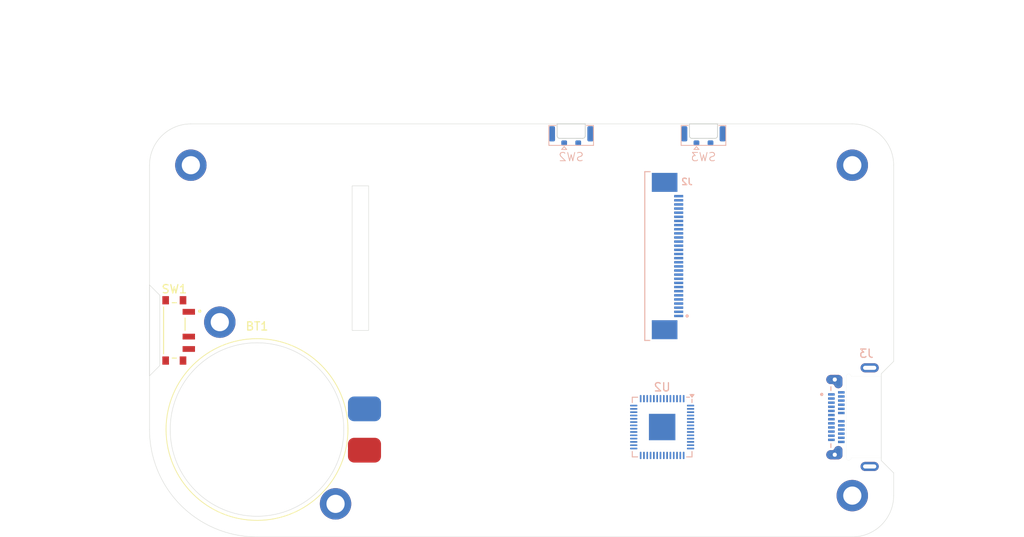
<source format=kicad_pcb>
(kicad_pcb (version 20240108) (generator "pcbnew") (generator_version "8.0")
  (layers (0 "F.Cu" signal) (31 "B.Cu" signal) (34 "B.Paste" user) (35 "F.Paste" user) (36 "B.SilkS" user "B.Silkscreen") (37 "F.SilkS" user "F.Silkscreen") (38 "B.Mask" user) (39 "F.Mask" user) (44 "Edge.Cuts" user))
  (net 0 "")
  (footprint "MountingHole:MountingHole_2.2mm_M2_DIN965_Pad" (layer "F.Cu") (at 74 74)
    (property "Reference" "h1" (hide yes))
    (property "Value" "MountingHole_2.2mm_M2_DIN965_Pad" (hide yes))
    (pad "1" thru_hole circle (at 0 0) (size 3.8 3.8) (drill 2.2) (layers "*.Cu" "*.Mask"))
  )
  (footprint "MountingHole:MountingHole_2.2mm_M2_DIN965_Pad" (layer "F.Cu") (at 91.5 115)
    (property "Reference" "h1" (hide yes))
    (property "Value" "MountingHole_2.2mm_M2_DIN965_Pad" (hide yes))
    (pad "1" thru_hole circle (at 0 0) (size 3.8 3.8) (drill 2.2) (layers "*.Cu" "*.Mask"))
  )
  (footprint "MountingHole:MountingHole_2.2mm_M2_DIN965_Pad" (layer "F.Cu") (at 154 74)
    (property "Reference" "h2" (hide yes))
    (property "Value" "MountingHole_2.2mm_M2_DIN965_Pad" (hide yes))
    (pad "1" thru_hole circle (at 0 0) (size 3.8 3.8) (drill 2.2) (layers "*.Cu" "*.Mask"))
  )
  (footprint "myCC:RJD2032C1ST1" (layer "F.Cu") (at 82 106)
    (property "Reference" "BT1" (at 0 -12.5 0) (layer "F.SilkS"))
    (property "Value" "RJD2032C1ST1" (hide yes))
    (fp_circle (center 0 0) (end 0 -11) (stroke (width 0.1)) (fill none) (layer "F.SilkS"))
    (fp_circle (center 0 0) (end 0 -10.5) (stroke (width 0.05)) (fill none) (layer "Edge.Cuts"))
    (pad "1" smd roundrect (at 13 -2.5) (size 4 3) (layers "B.Cu" "B.Paste" "B.Mask"))
    (pad "2" smd roundrect (at 13 2.500001) (size 4 3) (layers "F.Cu" "F.Paste" "F.Mask"))
  )
  (footprint "MountingHole:MountingHole_2.2mm_M2_DIN965_Pad" (layer "F.Cu") (at 77.5 93)
    (property "Reference" "h1" (hide yes))
    (property "Value" "MountingHole_2.2mm_M2_DIN965_Pad" (hide yes))
    (pad "1" thru_hole circle (at 0 0) (size 3.8 3.8) (drill 2.2) (layers "*.Cu" "*.Mask"))
  )
  (footprint "MountingHole:MountingHole_2.2mm_M2_DIN965_Pad" (layer "F.Cu") (at 154 114)
    (property "Reference" "h3" (hide yes))
    (property "Value" "MountingHole_2.2mm_M2_DIN965_Pad" (hide yes))
    (pad "1" thru_hole circle (at 0 0) (size 3.8 3.8) (drill 2.2) (layers "*.Cu" "*.Mask"))
  )
  (footprint "myCC:SW_EG1215AA" (layer "F.Cu") (at 72 94 -90)
    (property "Reference" "SW1" (at -5 0 180) (layer "F.SilkS"))
    (property "Value" "SW_EG1215AA" (hide yes))
    (fp_line (start -2.83 1.3) (end 2.83 1.3) (stroke (width 0.127)) (layer "F.SilkS"))
    (fp_line (start -3.35 -0.254) (end -3.35 0.254) (stroke (width 0.127)) (layer "F.SilkS"))
    (fp_line (start 3.35 -0.254) (end 3.35 0.254) (stroke (width 0.127)) (layer "F.SilkS"))
    (fp_line (start -1.5 -1.3) (end 0 -1.3) (stroke (width 0.127)) (layer "F.SilkS"))
    (fp_circle (center -2.329 -3.071) (end -2.229 -3.071) (stroke (width 0.2)) (fill none) (layer "F.SilkS"))
    (fp_line (start 5.5 3) (end -5.5 3) (stroke (width 0.05)) (layer "Edge.Cuts"))
    (fp_line (start -4.25 1.75) (end -5.5 3) (stroke (width 0.05)) (layer "Edge.Cuts"))
    (fp_line (start -4.25 1.75) (end 4.25 1.75) (stroke (width 0.05)) (layer "Edge.Cuts"))
    (fp_line (start 4.25 1.75) (end 5.5 3) (stroke (width 0.05)) (layer "Edge.Cuts"))
    (pad "" np_thru_hole circle (at -1.5 0 270) (size 0.9 0.9) (drill 0.9) (layers "*.Cu" "*.Mask"))
    (pad "" np_thru_hole circle (at 1.5 0 270) (size 0.9 0.9) (drill 0.9) (layers "*.Cu" "*.Mask"))
    (pad "1" smd rect (at -2.25 -1.75 270) (size 0.7 1.5) (layers "F.Cu" "F.Paste" "F.Mask"))
    (pad "2" smd rect (at 0.75 -1.75 270) (size 0.7 1.5) (layers "F.Cu" "F.Paste" "F.Mask"))
    (pad "3" smd rect (at 2.25 -1.75 270) (size 0.7 1.5) (layers "F.Cu" "F.Paste" "F.Mask"))
    (pad "S1" smd rect (at -3.65 -1.05 270) (size 1 0.8) (layers "F.Cu" "F.Paste" "F.Mask"))
    (pad "S2" smd rect (at -3.65 1.05 270) (size 1 0.8) (layers "F.Cu" "F.Paste" "F.Mask"))
    (pad "S3" smd rect (at 3.65 1.05 270) (size 1 0.8) (layers "F.Cu" "F.Paste" "F.Mask"))
    (pad "S4" smd rect (at 3.65 -1.05 270) (size 1 0.8) (layers "F.Cu" "F.Paste" "F.Mask"))
  )
  (footprint "myCC:TE_2425578-1" (layer "B.Cu") (at 136 69 180)
    (property "Reference" "SW3" (at 0 -4 0) (layer "B.SilkS") (effects (font (thickness 0.1)) (justify mirror)))
    (property "Value" "2425578-1")
    (fp_line (start 2.7 -0.2) (end 2.7 -2.6) (stroke (width 0.1)) (layer "B.SilkS"))
    (fp_line (start 2.7 -0.2) (end 1.85 -0.2) (stroke (width 0.1)) (layer "B.SilkS"))
    (fp_line (start 2.7 -2.6) (end -2.7 -2.6) (stroke (width 0.1)) (layer "B.SilkS"))
    (fp_line (start 1.15 -3.1) (end 0.85 -2.75) (stroke (width 0.1)) (layer "B.SilkS"))
    (fp_line (start 0.55 -3.1) (end 1.15 -3.1) (stroke (width 0.1)) (layer "B.SilkS"))
    (fp_line (start 0.55 -3.1) (end 0.85 -2.75) (stroke (width 0.1)) (layer "B.SilkS"))
    (fp_line (start -1.85 -0.2) (end -2.7 -0.2) (stroke (width 0.1)) (layer "B.SilkS"))
    (fp_line (start -2.7 -2.6) (end -2.7 -0.2) (stroke (width 0.1)) (layer "B.SilkS"))
    (fp_line (start 1.7 0) (end 1.7 -1.45) (stroke (width 0.1)) (layer "Edge.Cuts"))
    (fp_line (start 1.7 0) (end -1.7 0) (stroke (width 0.1)) (layer "Edge.Cuts"))
    (fp_line (start 1.4 -1.75) (end -1.4 -1.75) (stroke (width 0.1)) (layer "Edge.Cuts"))
    (fp_line (start -1.7 0) (end -1.7 -1.45) (stroke (width 0.1)) (layer "Edge.Cuts"))
    (fp_arc (start 1.4 -1.75) (mid 1.612132 -1.662132) (end 1.7 -1.45) (stroke (width 0.1)) (layer "Edge.Cuts"))
    (fp_arc (start -1.7 -1.45) (mid -1.612132 -1.662132) (end -1.4 -1.75) (stroke (width 0.1)) (layer "Edge.Cuts"))
    (pad "" smd roundrect (at -2.325 -1.2 180) (size 0.75 1.85) (layers "B.Cu" "B.Paste" "B.Mask"))
    (pad "" smd roundrect (at 2.325 -1.2 180) (size 0.75 1.85) (layers "B.Cu" "B.Paste" "B.Mask"))
    (pad "1" smd roundrect (at 0.85 -2.3 180) (size 0.7 0.6) (layers "B.Cu" "B.Paste" "B.Mask"))
    (pad "2" smd roundrect (at -0.85 -2.3 180) (size 0.7 0.6) (layers "B.Cu" "B.Paste" "B.Mask"))
  )
  (footprint "myCC:TE_3-1734839-0" (layer "B.Cu") (at 133 85 90)
    (property "Reference" "J2" (at 9 1 0) (layer "B.SilkS") (effects (font (size 0.788929 0.788929)) (justify mirror)))
    (property "Value" "TE_3-1734839-0")
    (fp_line (start 10.215 -4.1) (end -10.215 -4.1) (stroke (width 0.127)) (layer "B.SilkS"))
    (fp_line (start -10.215 -4.1) (end -10.216 -3.488) (stroke (width 0.127)) (layer "B.SilkS"))
    (fp_line (start 10.215 -3.444) (end 10.215 -4.1) (stroke (width 0.127)) (layer "B.SilkS"))
    (fp_circle (center -7.255 1.021) (end -7.155 1.021) (stroke (width 0.2)) (fill none) (layer "B.SilkS"))
    (pad "1" smd rect (at -7.25 0) (size 1.1 0.3) (layers "B.Cu" "B.Paste" "B.Mask"))
    (pad "2" smd rect (at -6.75 0) (size 1.1 0.3) (layers "B.Cu" "B.Paste" "B.Mask"))
    (pad "3" smd rect (at -6.25 0) (size 1.1 0.3) (layers "B.Cu" "B.Paste" "B.Mask"))
    (pad "4" smd rect (at -5.75 0) (size 1.1 0.3) (layers "B.Cu" "B.Paste" "B.Mask"))
    (pad "5" smd rect (at -5.25 0) (size 1.1 0.3) (layers "B.Cu" "B.Paste" "B.Mask"))
    (pad "6" smd rect (at -4.75 0) (size 1.1 0.3) (layers "B.Cu" "B.Paste" "B.Mask"))
    (pad "7" smd rect (at -4.25 0) (size 1.1 0.3) (layers "B.Cu" "B.Paste" "B.Mask"))
    (pad "8" smd rect (at -3.75 0) (size 1.1 0.3) (layers "B.Cu" "B.Paste" "B.Mask"))
    (pad "9" smd rect (at -3.25 0) (size 1.1 0.3) (layers "B.Cu" "B.Paste" "B.Mask"))
    (pad "10" smd rect (at -2.75 0) (size 1.1 0.3) (layers "B.Cu" "B.Paste" "B.Mask"))
    (pad "11" smd rect (at -2.25 0) (size 1.1 0.3) (layers "B.Cu" "B.Paste" "B.Mask"))
    (pad "12" smd rect (at -1.75 0) (size 1.1 0.3) (layers "B.Cu" "B.Paste" "B.Mask"))
    (pad "13" smd rect (at -1.25 0) (size 1.1 0.3) (layers "B.Cu" "B.Paste" "B.Mask"))
    (pad "14" smd rect (at -0.75 0) (size 1.1 0.3) (layers "B.Cu" "B.Paste" "B.Mask"))
    (pad "15" smd rect (at -0.25 0) (size 1.1 0.3) (layers "B.Cu" "B.Paste" "B.Mask"))
    (pad "16" smd rect (at 0.25 0) (size 1.1 0.3) (layers "B.Cu" "B.Paste" "B.Mask"))
    (pad "17" smd rect (at 0.75 0) (size 1.1 0.3) (layers "B.Cu" "B.Paste" "B.Mask"))
    (pad "18" smd rect (at 1.25 0) (size 1.1 0.3) (layers "B.Cu" "B.Paste" "B.Mask"))
    (pad "19" smd rect (at 1.75 0) (size 1.1 0.3) (layers "B.Cu" "B.Paste" "B.Mask"))
    (pad "20" smd rect (at 2.25 0) (size 1.1 0.3) (layers "B.Cu" "B.Paste" "B.Mask"))
    (pad "21" smd rect (at 2.75 0) (size 1.1 0.3) (layers "B.Cu" "B.Paste" "B.Mask"))
    (pad "22" smd rect (at 3.25 0) (size 1.1 0.3) (layers "B.Cu" "B.Paste" "B.Mask"))
    (pad "23" smd rect (at 3.75 0) (size 1.1 0.3) (layers "B.Cu" "B.Paste" "B.Mask"))
    (pad "24" smd rect (at 4.25 0) (size 1.1 0.3) (layers "B.Cu" "B.Paste" "B.Mask"))
    (pad "25" smd rect (at 4.75 0) (size 1.1 0.3) (layers "B.Cu" "B.Paste" "B.Mask"))
    (pad "26" smd rect (at 5.25 0) (size 1.1 0.3) (layers "B.Cu" "B.Paste" "B.Mask"))
    (pad "27" smd rect (at 5.75 0) (size 1.1 0.3) (layers "B.Cu" "B.Paste" "B.Mask"))
    (pad "28" smd rect (at 6.25 0) (size 1.1 0.3) (layers "B.Cu" "B.Paste" "B.Mask"))
    (pad "29" smd rect (at 6.75 0) (size 1.1 0.3) (layers "B.Cu" "B.Paste" "B.Mask"))
    (pad "30" smd rect (at 7.25 0) (size 1.1 0.3) (layers "B.Cu" "B.Paste" "B.Mask"))
    (pad "S1" smd rect (at -8.92 -1.7) (size 3.1 2.3) (layers "B.Cu" "B.Paste" "B.Mask"))
    (pad "S2" smd rect (at 8.92 -1.7) (size 3.1 2.3) (layers "B.Cu" "B.Paste" "B.Mask"))
  )
  (footprint "myCC:TE_2295018-2" (layer "B.Cu") (at 157.5 104.5 -90)
    (property "Reference" "J3" (at -7.7 1.8 180) (layer "B.SilkS") (effects (justify mirror)))
    (property "Value" "TE_2295018-2" (hide yes))
    (fp_poly (pts (xy -3.5 5.195) (xy -3.5 5.214) (xy -3.502 5.235) (xy -3.504 5.256) (xy -3.507 5.278) (xy -3.511 5.298) (xy -3.516 5.319) (xy -3.522 5.339) (xy -3.529 5.36) (xy -3.536 5.379) (xy -3.544 5.399) (xy -3.554 5.418) (xy -3.564 5.437) (xy -3.574 5.455) (xy -3.586 5.473) (xy -3.598 5.49) (xy -3.611 5.507) (xy -3.625 5.523) (xy -3.639 5.539) (xy -3.654 5.554) (xy -3.67 5.568) (xy -3.686 5.582) (xy -3.703 5.595) (xy -3.72 5.607) (xy -3.738 5.619) (xy -3.756 5.63) (xy -3.775 5.64) (xy -3.794 5.649) (xy -3.814 5.657) (xy -3.834 5.665) (xy -3.85 5.67) (xy -3.859 5.675) (xy -3.867 5.681) (xy -3.875 5.686) (xy -3.884 5.693) (xy -3.891 5.699) (xy -3.899 5.705) (xy -3.907 5.712) (xy -3.914 5.719) (xy -3.921 5.727) (xy -3.928 5.734) (xy -3.934 5.742) (xy -3.94 5.75) (xy -3.946 5.758) (xy -3.952 5.767) (xy -3.957 5.775) (xy -3.962 5.784) (xy -3.967 5.793) (xy -3.972 5.802) (xy -3.976 5.812) (xy -3.98 5.821) (xy -3.983 5.83) (xy -3.986 5.84) (xy -3.989 5.85) (xy -3.992 5.86) (xy -3.994 5.87) (xy -3.996 5.879) (xy -3.997 5.889) (xy -3.999 5.9) (xy -3.999 5.91) (xy -4 5.92) (xy -4 6.095) (xy -4.001 6.124) (xy -4.003 6.152) (xy -4.007 6.181) (xy -4.012 6.209) (xy -4.019 6.237) (xy -4.027 6.265) (xy -4.037 6.292) (xy -4.048 6.319) (xy -4.06 6.345) (xy -4.074 6.37) (xy -4.089 6.395) (xy -4.105 6.418) (xy -4.123 6.441) (xy -4.141 6.463) (xy -4.161 6.484) (xy -4.182 6.504) (xy -4.204 6.522) (xy -4.227 6.54) (xy -4.25 6.556) (xy -4.275 6.571) (xy -4.3 6.585) (xy -4.326 6.597) (xy -4.353 6.608) (xy -4.38 6.618) (xy -4.408 6.626) (xy -4.436 6.633) (xy -4.464 6.638) (xy -4.493 6.642) (xy -4.521 6.644) (xy -4.55 6.645) (xy -4.579 6.644) (xy -4.607 6.642) (xy -4.636 6.638) (xy -4.664 6.633) (xy -4.692 6.626) (xy -4.72 6.618) (xy -4.747 6.608) (xy -4.774 6.597) (xy -4.8 6.585) (xy -4.825 6.571) (xy -4.85 6.556) (xy -4.873 6.54) (xy -4.896 6.522) (xy -4.918 6.504) (xy -4.939 6.484) (xy -4.959 6.463) (xy -4.977 6.441) (xy -4.995 6.418) (xy -5.011 6.395) (xy -5.026 6.37) (xy -5.04 6.345) (xy -5.052 6.319) (xy -5.063 6.292) (xy -5.073 6.265) (xy -5.081 6.237) (xy -5.088 6.209) (xy -5.093 6.181) (xy -5.097 6.152) (xy -5.099 6.124) (xy -5.1 6.095) (xy -5.1 5.195) (xy -5.099 5.169) (xy -5.097 5.143) (xy -5.094 5.117) (xy -5.089 5.091) (xy -5.083 5.066) (xy -5.076 5.04) (xy -5.067 5.016) (xy -5.057 4.992) (xy -5.046 4.968) (xy -5.033 4.945) (xy -5.019 4.923) (xy -5.005 4.901) (xy -4.989 4.88) (xy -4.972 4.86) (xy -4.954 4.841) (xy -4.935 4.823) (xy -4.915 4.806) (xy -4.894 4.79) (xy -4.872 4.776) (xy -4.85 4.762) (xy -4.827 4.749) (xy -4.803 4.738) (xy -4.779 4.728) (xy -4.755 4.719) (xy -4.729 4.712) (xy -4.704 4.706) (xy -4.678 4.701) (xy -4.652 4.698) (xy -4.626 4.696) (xy -4.6 4.695) (xy -4 4.695) (xy -3.974 4.696) (xy -3.948 4.698) (xy -3.922 4.701) (xy -3.896 4.706) (xy -3.871 4.712) (xy -3.845 4.719) (xy -3.821 4.728) (xy -3.797 4.738) (xy -3.773 4.749) (xy -3.75 4.762) (xy -3.728 4.776) (xy -3.706 4.79) (xy -3.685 4.806) (xy -3.665 4.823) (xy -3.646 4.841) (xy -3.628 4.86) (xy -3.611 4.88) (xy -3.595 4.901) (xy -3.581 4.923) (xy -3.567 4.945) (xy -3.554 4.968) (xy -3.543 4.992) (xy -3.533 5.016) (xy -3.524 5.04) (xy -3.517 5.066) (xy -3.511 5.091) (xy -3.506 5.117) (xy -3.503 5.143) (xy -3.501 5.169) (xy -3.5 5.195)) (stroke (width 0.01)) (fill solid) (layer "F.Cu"))
    (fp_poly (pts (xy 3.5 5.195) (xy 3.5 5.214) (xy 3.502 5.235) (xy 3.504 5.256) (xy 3.507 5.278) (xy 3.511 5.298) (xy 3.516 5.319) (xy 3.522 5.339) (xy 3.529 5.36) (xy 3.536 5.379) (xy 3.544 5.399) (xy 3.554 5.418) (xy 3.564 5.437) (xy 3.574 5.455) (xy 3.586 5.473) (xy 3.598 5.49) (xy 3.611 5.507) (xy 3.625 5.523) (xy 3.639 5.539) (xy 3.654 5.554) (xy 3.67 5.568) (xy 3.686 5.582) (xy 3.703 5.595) (xy 3.72 5.607) (xy 3.738 5.619) (xy 3.756 5.63) (xy 3.775 5.64) (xy 3.794 5.649) (xy 3.814 5.657) (xy 3.834 5.665) (xy 3.85 5.67) (xy 3.859 5.675) (xy 3.867 5.681) (xy 3.875 5.686) (xy 3.884 5.693) (xy 3.891 5.699) (xy 3.899 5.705) (xy 3.907 5.712) (xy 3.914 5.719) (xy 3.921 5.727) (xy 3.928 5.734) (xy 3.934 5.742) (xy 3.94 5.75) (xy 3.946 5.758) (xy 3.952 5.767) (xy 3.957 5.775) (xy 3.962 5.784) (xy 3.967 5.793) (xy 3.972 5.802) (xy 3.976 5.812) (xy 3.98 5.821) (xy 3.983 5.83) (xy 3.986 5.84) (xy 3.989 5.85) (xy 3.992 5.86) (xy 3.994 5.87) (xy 3.996 5.879) (xy 3.997 5.889) (xy 3.999 5.9) (xy 3.999 5.91) (xy 4 5.92) (xy 4 6.095) (xy 4.001 6.124) (xy 4.003 6.152) (xy 4.007 6.181) (xy 4.012 6.209) (xy 4.019 6.237) (xy 4.027 6.265) (xy 4.037 6.292) (xy 4.048 6.319) (xy 4.06 6.345) (xy 4.074 6.37) (xy 4.089 6.395) (xy 4.105 6.418) (xy 4.123 6.441) (xy 4.141 6.463) (xy 4.161 6.484) (xy 4.182 6.504) (xy 4.204 6.522) (xy 4.227 6.54) (xy 4.25 6.556) (xy 4.275 6.571) (xy 4.3 6.585) (xy 4.326 6.597) (xy 4.353 6.608) (xy 4.38 6.618) (xy 4.408 6.626) (xy 4.436 6.633) (xy 4.464 6.638) (xy 4.493 6.642) (xy 4.521 6.644) (xy 4.55 6.645) (xy 4.579 6.644) (xy 4.607 6.642) (xy 4.636 6.638) (xy 4.664 6.633) (xy 4.692 6.626) (xy 4.72 6.618) (xy 4.747 6.608) (xy 4.774 6.597) (xy 4.8 6.585) (xy 4.825 6.571) (xy 4.85 6.556) (xy 4.873 6.54) (xy 4.896 6.522) (xy 4.918 6.504) (xy 4.939 6.484) (xy 4.959 6.463) (xy 4.977 6.441) (xy 4.995 6.418) (xy 5.011 6.395) (xy 5.026 6.37) (xy 5.04 6.345) (xy 5.052 6.319) (xy 5.063 6.292) (xy 5.073 6.265) (xy 5.081 6.237) (xy 5.088 6.209) (xy 5.093 6.181) (xy 5.097 6.152) (xy 5.099 6.124) (xy 5.1 6.095) (xy 5.1 5.195) (xy 5.099 5.169) (xy 5.097 5.143) (xy 5.094 5.117) (xy 5.089 5.091) (xy 5.083 5.066) (xy 5.076 5.04) (xy 5.067 5.016) (xy 5.057 4.992) (xy 5.046 4.968) (xy 5.033 4.945) (xy 5.019 4.923) (xy 5.005 4.901) (xy 4.989 4.88) (xy 4.972 4.86) (xy 4.954 4.841) (xy 4.935 4.823) (xy 4.915 4.806) (xy 4.894 4.79) (xy 4.872 4.776) (xy 4.85 4.762) (xy 4.827 4.749) (xy 4.803 4.738) (xy 4.779 4.728) (xy 4.755 4.719) (xy 4.729 4.712) (xy 4.704 4.706) (xy 4.678 4.701) (xy 4.652 4.698) (xy 4.626 4.696) (xy 4.6 4.695) (xy 4 4.695) (xy 3.974 4.696) (xy 3.948 4.698) (xy 3.922 4.701) (xy 3.896 4.706) (xy 3.871 4.712) (xy 3.845 4.719) (xy 3.821 4.728) (xy 3.797 4.738) (xy 3.773 4.749) (xy 3.75 4.762) (xy 3.728 4.776) (xy 3.706 4.79) (xy 3.685 4.806) (xy 3.665 4.823) (xy 3.646 4.841) (xy 3.628 4.86) (xy 3.611 4.88) (xy 3.595 4.901) (xy 3.581 4.923) (xy 3.567 4.945) (xy 3.554 4.968) (xy 3.543 4.992) (xy 3.533 5.016) (xy 3.524 5.04) (xy 3.517 5.066) (xy 3.511 5.091) (xy 3.506 5.117) (xy 3.503 5.143) (xy 3.501 5.169) (xy 3.5 5.195)) (stroke (width 0.01)) (fill solid) (layer "F.Cu"))
    (fp_poly (pts (xy -3.5 5.195) (xy -3.5 5.214) (xy -3.502 5.235) (xy -3.504 5.256) (xy -3.507 5.278) (xy -3.511 5.298) (xy -3.516 5.319) (xy -3.522 5.339) (xy -3.529 5.36) (xy -3.536 5.379) (xy -3.544 5.399) (xy -3.554 5.418) (xy -3.564 5.437) (xy -3.574 5.455) (xy -3.586 5.473) (xy -3.598 5.49) (xy -3.611 5.507) (xy -3.625 5.523) (xy -3.639 5.539) (xy -3.654 5.554) (xy -3.67 5.568) (xy -3.686 5.582) (xy -3.703 5.595) (xy -3.72 5.607) (xy -3.738 5.619) (xy -3.756 5.63) (xy -3.775 5.64) (xy -3.794 5.649) (xy -3.814 5.657) (xy -3.834 5.665) (xy -3.85 5.67) (xy -3.859 5.675) (xy -3.867 5.681) (xy -3.875 5.686) (xy -3.884 5.693) (xy -3.891 5.699) (xy -3.899 5.705) (xy -3.907 5.712) (xy -3.914 5.719) (xy -3.921 5.727) (xy -3.928 5.734) (xy -3.934 5.742) (xy -3.94 5.75) (xy -3.946 5.758) (xy -3.952 5.767) (xy -3.957 5.775) (xy -3.962 5.784) (xy -3.967 5.793) (xy -3.972 5.802) (xy -3.976 5.812) (xy -3.98 5.821) (xy -3.983 5.83) (xy -3.986 5.84) (xy -3.989 5.85) (xy -3.992 5.86) (xy -3.994 5.87) (xy -3.996 5.879) (xy -3.997 5.889) (xy -3.999 5.9) (xy -3.999 5.91) (xy -4 5.92) (xy -4 6.095) (xy -4.001 6.124) (xy -4.003 6.152) (xy -4.007 6.181) (xy -4.012 6.209) (xy -4.019 6.237) (xy -4.027 6.265) (xy -4.037 6.292) (xy -4.048 6.319) (xy -4.06 6.345) (xy -4.074 6.37) (xy -4.089 6.395) (xy -4.105 6.418) (xy -4.123 6.441) (xy -4.141 6.463) (xy -4.161 6.484) (xy -4.182 6.504) (xy -4.204 6.522) (xy -4.227 6.54) (xy -4.25 6.556) (xy -4.275 6.571) (xy -4.3 6.585) (xy -4.326 6.597) (xy -4.353 6.608) (xy -4.38 6.618) (xy -4.408 6.626) (xy -4.436 6.633) (xy -4.464 6.638) (xy -4.493 6.642) (xy -4.521 6.644) (xy -4.55 6.645) (xy -4.579 6.644) (xy -4.607 6.642) (xy -4.636 6.638) (xy -4.664 6.633) (xy -4.692 6.626) (xy -4.72 6.618) (xy -4.747 6.608) (xy -4.774 6.597) (xy -4.8 6.585) (xy -4.825 6.571) (xy -4.85 6.556) (xy -4.873 6.54) (xy -4.896 6.522) (xy -4.918 6.504) (xy -4.939 6.484) (xy -4.959 6.463) (xy -4.977 6.441) (xy -4.995 6.418) (xy -5.011 6.395) (xy -5.026 6.37) (xy -5.04 6.345) (xy -5.052 6.319) (xy -5.063 6.292) (xy -5.073 6.265) (xy -5.081 6.237) (xy -5.088 6.209) (xy -5.093 6.181) (xy -5.097 6.152) (xy -5.099 6.124) (xy -5.1 6.095) (xy -5.1 5.195) (xy -5.099 5.169) (xy -5.097 5.143) (xy -5.094 5.117) (xy -5.089 5.091) (xy -5.083 5.066) (xy -5.076 5.04) (xy -5.067 5.016) (xy -5.057 4.992) (xy -5.046 4.968) (xy -5.033 4.945) (xy -5.019 4.923) (xy -5.005 4.901) (xy -4.989 4.88) (xy -4.972 4.86) (xy -4.954 4.841) (xy -4.935 4.823) (xy -4.915 4.806) (xy -4.894 4.79) (xy -4.872 4.776) (xy -4.85 4.762) (xy -4.827 4.749) (xy -4.803 4.738) (xy -4.779 4.728) (xy -4.755 4.719) (xy -4.729 4.712) (xy -4.704 4.706) (xy -4.678 4.701) (xy -4.652 4.698) (xy -4.626 4.696) (xy -4.6 4.695) (xy -4 4.695) (xy -3.974 4.696) (xy -3.948 4.698) (xy -3.922 4.701) (xy -3.896 4.706) (xy -3.871 4.712) (xy -3.845 4.719) (xy -3.821 4.728) (xy -3.797 4.738) (xy -3.773 4.749) (xy -3.75 4.762) (xy -3.728 4.776) (xy -3.706 4.79) (xy -3.685 4.806) (xy -3.665 4.823) (xy -3.646 4.841) (xy -3.628 4.86) (xy -3.611 4.88) (xy -3.595 4.901) (xy -3.581 4.923) (xy -3.567 4.945) (xy -3.554 4.968) (xy -3.543 4.992) (xy -3.533 5.016) (xy -3.524 5.04) (xy -3.517 5.066) (xy -3.511 5.091) (xy -3.506 5.117) (xy -3.503 5.143) (xy -3.501 5.169) (xy -3.5 5.195)) (stroke (width 0.01)) (fill solid) (layer "B.Cu"))
    (fp_poly (pts (xy 3.5 5.195) (xy 3.5 5.214) (xy 3.502 5.235) (xy 3.504 5.256) (xy 3.507 5.278) (xy 3.511 5.298) (xy 3.516 5.319) (xy 3.522 5.339) (xy 3.529 5.36) (xy 3.536 5.379) (xy 3.544 5.399) (xy 3.554 5.418) (xy 3.564 5.437) (xy 3.574 5.455) (xy 3.586 5.473) (xy 3.598 5.49) (xy 3.611 5.507) (xy 3.625 5.523) (xy 3.639 5.539) (xy 3.654 5.554) (xy 3.67 5.568) (xy 3.686 5.582) (xy 3.703 5.595) (xy 3.72 5.607) (xy 3.738 5.619) (xy 3.756 5.63) (xy 3.775 5.64) (xy 3.794 5.649) (xy 3.814 5.657) (xy 3.834 5.665) (xy 3.85 5.67) (xy 3.859 5.675) (xy 3.867 5.681) (xy 3.875 5.686) (xy 3.884 5.693) (xy 3.891 5.699) (xy 3.899 5.705) (xy 3.907 5.712) (xy 3.914 5.719) (xy 3.921 5.727) (xy 3.928 5.734) (xy 3.934 5.742) (xy 3.94 5.75) (xy 3.946 5.758) (xy 3.952 5.767) (xy 3.957 5.775) (xy 3.962 5.784) (xy 3.967 5.793) (xy 3.972 5.802) (xy 3.976 5.812) (xy 3.98 5.821) (xy 3.983 5.83) (xy 3.986 5.84) (xy 3.989 5.85) (xy 3.992 5.86) (xy 3.994 5.87) (xy 3.996 5.879) (xy 3.997 5.889) (xy 3.999 5.9) (xy 3.999 5.91) (xy 4 5.92) (xy 4 6.095) (xy 4.001 6.124) (xy 4.003 6.152) (xy 4.007 6.181) (xy 4.012 6.209) (xy 4.019 6.237) (xy 4.027 6.265) (xy 4.037 6.292) (xy 4.048 6.319) (xy 4.06 6.345) (xy 4.074 6.37) (xy 4.089 6.395) (xy 4.105 6.418) (xy 4.123 6.441) (xy 4.141 6.463) (xy 4.161 6.484) (xy 4.182 6.504) (xy 4.204 6.522) (xy 4.227 6.54) (xy 4.25 6.556) (xy 4.275 6.571) (xy 4.3 6.585) (xy 4.326 6.597) (xy 4.353 6.608) (xy 4.38 6.618) (xy 4.408 6.626) (xy 4.436 6.633) (xy 4.464 6.638) (xy 4.493 6.642) (xy 4.521 6.644) (xy 4.55 6.645) (xy 4.579 6.644) (xy 4.607 6.642) (xy 4.636 6.638) (xy 4.664 6.633) (xy 4.692 6.626) (xy 4.72 6.618) (xy 4.747 6.608) (xy 4.774 6.597) (xy 4.8 6.585) (xy 4.825 6.571) (xy 4.85 6.556) (xy 4.873 6.54) (xy 4.896 6.522) (xy 4.918 6.504) (xy 4.939 6.484) (xy 4.959 6.463) (xy 4.977 6.441) (xy 4.995 6.418) (xy 5.011 6.395) (xy 5.026 6.37) (xy 5.04 6.345) (xy 5.052 6.319) (xy 5.063 6.292) (xy 5.073 6.265) (xy 5.081 6.237) (xy 5.088 6.209) (xy 5.093 6.181) (xy 5.097 6.152) (xy 5.099 6.124) (xy 5.1 6.095) (xy 5.1 5.195) (xy 5.099 5.169) (xy 5.097 5.143) (xy 5.094 5.117) (xy 5.089 5.091) (xy 5.083 5.066) (xy 5.076 5.04) (xy 5.067 5.016) (xy 5.057 4.992) (xy 5.046 4.968) (xy 5.033 4.945) (xy 5.019 4.923) (xy 5.005 4.901) (xy 4.989 4.88) (xy 4.972 4.86) (xy 4.954 4.841) (xy 4.935 4.823) (xy 4.915 4.806) (xy 4.894 4.79) (xy 4.872 4.776) (xy 4.85 4.762) (xy 4.827 4.749) (xy 4.803 4.738) (xy 4.779 4.728) (xy 4.755 4.719) (xy 4.729 4.712) (xy 4.704 4.706) (xy 4.678 4.701) (xy 4.652 4.698) (xy 4.626 4.696) (xy 4.6 4.695) (xy 4 4.695) (xy 3.974 4.696) (xy 3.948 4.698) (xy 3.922 4.701) (xy 3.896 4.706) (xy 3.871 4.712) (xy 3.845 4.719) (xy 3.821 4.728) (xy 3.797 4.738) (xy 3.773 4.749) (xy 3.75 4.762) (xy 3.728 4.776) (xy 3.706 4.79) (xy 3.685 4.806) (xy 3.665 4.823) (xy 3.646 4.841) (xy 3.628 4.86) (xy 3.611 4.88) (xy 3.595 4.901) (xy 3.581 4.923) (xy 3.567 4.945) (xy 3.554 4.968) (xy 3.543 4.992) (xy 3.533 5.016) (xy 3.524 5.04) (xy 3.517 5.066) (xy 3.511 5.091) (xy 3.506 5.117) (xy 3.503 5.143) (xy 3.501 5.169) (xy 3.5 5.195)) (stroke (width 0.01)) (fill solid) (layer "B.Cu"))
    (fp_line (start -3.22 6.09) (end -3.68 6.09) (stroke (width 0.127)) (layer "B.SilkS"))
    (fp_line (start 3.68 6.09) (end 3.22 6.09) (stroke (width 0.127)) (layer "B.SilkS"))
    (fp_circle (center -2.75 7.2) (end -2.65 7.2) (stroke (width 0.2)) (fill none) (layer "B.SilkS"))
    (fp_line (start -4.8 6.095) (end -4.8 5.145) (stroke (width 0.01)) (layer "Edge.Cuts"))
    (fp_line (start 4.8 6.095) (end 4.8 5.145) (stroke (width 0.01)) (layer "Edge.Cuts"))
    (fp_line (start -4.3 5.645) (end -4.3 6.095) (stroke (width 0.01)) (layer "Edge.Cuts"))
    (fp_line (start 4.3 5.645) (end 4.3 6.095) (stroke (width 0.01)) (layer "Edge.Cuts"))
    (fp_line (start -4 5.495) (end -4.15 5.495) (stroke (width 0.01)) (layer "Edge.Cuts"))
    (fp_line (start 4 5.495) (end 4.15 5.495) (stroke (width 0.01)) (layer "Edge.Cuts"))
    (fp_line (start -4.55 4.895) (end -4 4.895) (stroke (width 0.01)) (layer "Edge.Cuts"))
    (fp_line (start 4.55 4.895) (end 4 4.895) (stroke (width 0.01)) (layer "Edge.Cuts"))
    (fp_line (start -4.92 4.24) (end 4.92 4.24) (stroke (width 0.01)) (layer "Edge.Cuts"))
    (fp_line (start 4.92 3.64) (end 4.92 0) (stroke (width 0.01)) (layer "Edge.Cuts"))
    (fp_line (start -4.92 0) (end -4.92 3.64) (stroke (width 0.01)) (layer "Edge.Cuts"))
    (fp_line (start -4.92 0) (end -4.92 0) (stroke (width 0.01)) (layer "Edge.Cuts"))
    (fp_line (start -4.92 0) (end 4.92 0) (stroke (width 0.01)) (layer "Edge.Cuts"))
    (fp_line (start 4.92 0) (end 4.92 0) (stroke (width 0.01)) (layer "Edge.Cuts"))
    (fp_arc (start -4.55 6.345) (mid -4.726777 6.271777) (end -4.8 6.095) (stroke (width 0.01)) (layer "Edge.Cuts"))
    (fp_arc (start 4.55 6.345) (mid 4.373223 6.271777) (end 4.3 6.095) (stroke (width 0.01)) (layer "Edge.Cuts"))
    (fp_arc (start -4.3 6.095) (mid -4.373223 6.271777) (end -4.55 6.345) (stroke (width 0.01)) (layer "Edge.Cuts"))
    (fp_arc (start 4.8 6.095) (mid 4.726777 6.271777) (end 4.55 6.345) (stroke (width 0.01)) (layer "Edge.Cuts"))
    (fp_arc (start -4.3 5.645) (mid -4.256066 5.538934) (end -4.15 5.495) (stroke (width 0.01)) (layer "Edge.Cuts"))
    (fp_arc (start 4 5.495) (mid 3.787868 5.407132) (end 3.7 5.195) (stroke (width 0.01)) (layer "Edge.Cuts"))
    (fp_arc (start 4.15 5.495) (mid 4.256066 5.538934) (end 4.3 5.645) (stroke (width 0.01)) (layer "Edge.Cuts"))
    (fp_arc (start -3.7 5.195) (mid -3.787868 5.407132) (end -4 5.495) (stroke (width 0.01)) (layer "Edge.Cuts"))
    (fp_arc (start 3.7 5.195) (mid 3.787868 4.982868) (end 4 4.895) (stroke (width 0.01)) (layer "Edge.Cuts"))
    (fp_arc (start -4.8 5.145) (mid -4.726777 4.968223) (end -4.55 4.895) (stroke (width 0.01)) (layer "Edge.Cuts"))
    (fp_arc (start -4 4.895) (mid -3.787868 4.982868) (end -3.7 5.195) (stroke (width 0.01)) (layer "Edge.Cuts"))
    (fp_arc (start 4.55 4.895) (mid 4.726777 4.968223) (end 4.8 5.145) (stroke (width 0.01)) (layer "Edge.Cuts"))
    (fp_arc (start -4.92 4.24) (mid -5.132132 4.152132) (end -5.22 3.94) (stroke (width 0.01)) (layer "Edge.Cuts"))
    (fp_arc (start -5.22 3.94) (mid -5.132132 3.727868) (end -4.92 3.64) (stroke (width 0.01)) (layer "Edge.Cuts"))
    (fp_arc (start 5.22 3.94) (mid 5.132132 4.152132) (end 4.92 4.24) (stroke (width 0.01)) (layer "Edge.Cuts"))
    (fp_arc (start 4.92 3.64) (mid 5.132132 3.727868) (end 5.22 3.94) (stroke (width 0.01)) (layer "Edge.Cuts"))
    (pad "A1" smd rect (at -2.75 6.03 180) (size 0.8 0.3) (layers "B.Cu" "B.Paste" "B.Mask"))
    (pad "A2" smd rect (at -2.25 6.03 180) (size 0.8 0.3) (layers "B.Cu" "B.Paste" "B.Mask"))
    (pad "A3" smd rect (at -1.75 6.03 180) (size 0.8 0.3) (layers "B.Cu" "B.Paste" "B.Mask"))
    (pad "A4" smd rect (at -1.25 6.03 180) (size 0.8 0.3) (layers "B.Cu" "B.Paste" "B.Mask"))
    (pad "A5" smd rect (at -0.75 6.03 180) (size 0.8 0.3) (layers "B.Cu" "B.Paste" "B.Mask"))
    (pad "A6" smd rect (at -0.25 6.03 180) (size 0.8 0.3) (layers "B.Cu" "B.Paste" "B.Mask"))
    (pad "A7" smd rect (at 0.25 6.03 180) (size 0.8 0.3) (layers "B.Cu" "B.Paste" "B.Mask"))
    (pad "A8" smd rect (at 0.75 6.03 180) (size 0.8 0.3) (layers "B.Cu" "B.Paste" "B.Mask"))
    (pad "A9" smd rect (at 1.25 6.03 180) (size 0.8 0.3) (layers "B.Cu" "B.Paste" "B.Mask"))
    (pad "A10" smd rect (at 1.75 6.03 180) (size 0.8 0.3) (layers "B.Cu" "B.Paste" "B.Mask"))
    (pad "A11" smd rect (at 2.25 6.03 180) (size 0.8 0.3) (layers "B.Cu" "B.Paste" "B.Mask"))
    (pad "A12" smd rect (at 2.75 6.03 180) (size 0.8 0.3) (layers "B.Cu" "B.Paste" "B.Mask"))
    (pad "B1" smd rect (at 3 4.83 180) (size 0.8 0.3) (layers "B.Cu" "B.Paste" "B.Mask"))
    (pad "B2" smd rect (at 2.5 4.83 180) (size 0.8 0.3) (layers "B.Cu" "B.Paste" "B.Mask"))
    (pad "B3" smd rect (at 2 4.83 180) (size 0.8 0.3) (layers "B.Cu" "B.Paste" "B.Mask"))
    (pad "B4" smd rect (at 1.5 4.83 180) (size 0.8 0.3) (layers "B.Cu" "B.Paste" "B.Mask"))
    (pad "B5" smd rect (at 1 4.83 180) (size 0.8 0.3) (layers "B.Cu" "B.Paste" "B.Mask"))
    (pad "B6" smd rect (at 0.5 4.83 180) (size 0.8 0.3) (layers "B.Cu" "B.Paste" "B.Mask"))
    (pad "B7" smd rect (at -0.5 4.83 180) (size 0.8 0.3) (layers "B.Cu" "B.Paste" "B.Mask"))
    (pad "B8" smd rect (at -1 4.83 180) (size 0.8 0.3) (layers "B.Cu" "B.Paste" "B.Mask"))
    (pad "B9" smd rect (at -1.5 4.83 180) (size 0.8 0.3) (layers "B.Cu" "B.Paste" "B.Mask"))
    (pad "B10" smd rect (at -2 4.83 180) (size 0.8 0.3) (layers "B.Cu" "B.Paste" "B.Mask"))
    (pad "B11" smd rect (at -2.5 4.83 180) (size 0.8 0.3) (layers "B.Cu" "B.Paste" "B.Mask"))
    (pad "B12" smd rect (at -3 4.83 180) (size 0.8 0.3) (layers "B.Cu" "B.Paste" "B.Mask"))
    (pad "S1" thru_hole oval (at -5.97 1.4 270) (size 1.1 2.2) (drill oval 0.5 1.6) (layers "*.Cu" "*.Mask"))
    (pad "S2" thru_hole oval (at 5.97 1.4 270) (size 1.1 2.2) (drill oval 0.5 1.6) (layers "*.Cu" "*.Mask"))
    (pad "S3" thru_hole circle (at -4.55 5.62 270) (size 1.1 1.1) (drill 0.5) (layers "*.Cu"))
    (pad "S4" thru_hole circle (at 4.55 5.62 270) (size 1.1 1.1) (drill 0.5) (layers "*.Cu"))
  )
  (footprint "Package_DFN_QFN:QFN-56-1EP_7x7mm_P0.4mm_EP3.2x3.2mm" (layer "B.Cu") (at 131 105.7 180)
    (property "Reference" "U2" (at 0 4.83 180) (layer "B.SilkS") (effects (justify mirror)))
    (property "Value" "QFN-56-1EP_7x7mm_P0.4mm_EP3.2x3.2mm" (hide yes))
    (fp_line (start 3.61 3.61) (end 2.96 3.61) (stroke (width 0.12)) (layer "B.SilkS"))
    (fp_line (start 3.61 2.96) (end 3.61 3.61) (stroke (width 0.12)) (layer "B.SilkS"))
    (fp_line (start 3.61 -2.96) (end 3.61 -3.61) (stroke (width 0.12)) (layer "B.SilkS"))
    (fp_line (start 3.61 -3.61) (end 2.96 -3.61) (stroke (width 0.12)) (layer "B.SilkS"))
    (fp_line (start -3.31 3.61) (end -2.96 3.61) (stroke (width 0.12)) (layer "B.SilkS"))
    (fp_line (start -3.61 3.37) (end -3.61 2.96) (stroke (width 0.12)) (layer "B.SilkS"))
    (fp_line (start -3.61 -2.96) (end -3.61 -3.61) (stroke (width 0.12)) (layer "B.SilkS"))
    (fp_line (start -3.61 -3.61) (end -2.96 -3.61) (stroke (width 0.12)) (layer "B.SilkS"))
    (fp_poly (pts (xy -3.61 3.61) (xy -3.85 3.94) (xy -3.37 3.94) (xy -3.61 3.61)) (stroke (width 0.12)) (fill solid) (layer "B.SilkS"))
    (pad "1" smd roundrect (at -3.4375 2.6 180) (size 0.875 0.2) (layers "B.Cu" "B.Paste" "B.Mask"))
    (pad "2" smd roundrect (at -3.4375 2.2 180) (size 0.875 0.2) (layers "B.Cu" "B.Paste" "B.Mask"))
    (pad "3" smd roundrect (at -3.4375 1.8 180) (size 0.875 0.2) (layers "B.Cu" "B.Paste" "B.Mask"))
    (pad "4" smd roundrect (at -3.4375 1.4 180) (size 0.875 0.2) (layers "B.Cu" "B.Paste" "B.Mask"))
    (pad "5" smd roundrect (at -3.4375 1 180) (size 0.875 0.2) (layers "B.Cu" "B.Paste" "B.Mask"))
    (pad "6" smd roundrect (at -3.4375 0.6 180) (size 0.875 0.2) (layers "B.Cu" "B.Paste" "B.Mask"))
    (pad "7" smd roundrect (at -3.4375 0.2 180) (size 0.875 0.2) (layers "B.Cu" "B.Paste" "B.Mask"))
    (pad "8" smd roundrect (at -3.4375 -0.2 180) (size 0.875 0.2) (layers "B.Cu" "B.Paste" "B.Mask"))
    (pad "9" smd roundrect (at -3.4375 -0.6 180) (size 0.875 0.2) (layers "B.Cu" "B.Paste" "B.Mask"))
    (pad "10" smd roundrect (at -3.4375 -1 180) (size 0.875 0.2) (layers "B.Cu" "B.Paste" "B.Mask"))
    (pad "11" smd roundrect (at -3.4375 -1.4 180) (size 0.875 0.2) (layers "B.Cu" "B.Paste" "B.Mask"))
    (pad "12" smd roundrect (at -3.4375 -1.8 180) (size 0.875 0.2) (layers "B.Cu" "B.Paste" "B.Mask"))
    (pad "13" smd roundrect (at -3.4375 -2.2 180) (size 0.875 0.2) (layers "B.Cu" "B.Paste" "B.Mask"))
    (pad "14" smd roundrect (at -3.4375 -2.6 180) (size 0.875 0.2) (layers "B.Cu" "B.Paste" "B.Mask"))
    (pad "15" smd roundrect (at -2.6 -3.4375 180) (size 0.2 0.875) (layers "B.Cu" "B.Paste" "B.Mask"))
    (pad "16" smd roundrect (at -2.2 -3.4375 180) (size 0.2 0.875) (layers "B.Cu" "B.Paste" "B.Mask"))
    (pad "17" smd roundrect (at -1.8 -3.4375 180) (size 0.2 0.875) (layers "B.Cu" "B.Paste" "B.Mask"))
    (pad "18" smd roundrect (at -1.4 -3.4375 180) (size 0.2 0.875) (layers "B.Cu" "B.Paste" "B.Mask"))
    (pad "19" smd roundrect (at -1 -3.4375 180) (size 0.2 0.875) (layers "B.Cu" "B.Paste" "B.Mask"))
    (pad "20" smd roundrect (at -0.6 -3.4375 180) (size 0.2 0.875) (layers "B.Cu" "B.Paste" "B.Mask"))
    (pad "21" smd roundrect (at -0.2 -3.4375 180) (size 0.2 0.875) (layers "B.Cu" "B.Paste" "B.Mask"))
    (pad "22" smd roundrect (at 0.2 -3.4375 180) (size 0.2 0.875) (layers "B.Cu" "B.Paste" "B.Mask"))
    (pad "23" smd roundrect (at 0.6 -3.4375 180) (size 0.2 0.875) (layers "B.Cu" "B.Paste" "B.Mask"))
    (pad "24" smd roundrect (at 1 -3.4375 180) (size 0.2 0.875) (layers "B.Cu" "B.Paste" "B.Mask"))
    (pad "25" smd roundrect (at 1.4 -3.4375 180) (size 0.2 0.875) (layers "B.Cu" "B.Paste" "B.Mask"))
    (pad "26" smd roundrect (at 1.8 -3.4375 180) (size 0.2 0.875) (layers "B.Cu" "B.Paste" "B.Mask"))
    (pad "27" smd roundrect (at 2.2 -3.4375 180) (size 0.2 0.875) (layers "B.Cu" "B.Paste" "B.Mask"))
    (pad "28" smd roundrect (at 2.6 -3.4375 180) (size 0.2 0.875) (layers "B.Cu" "B.Paste" "B.Mask"))
    (pad "29" smd roundrect (at 3.4375 -2.6 180) (size 0.875 0.2) (layers "B.Cu" "B.Paste" "B.Mask"))
    (pad "30" smd roundrect (at 3.4375 -2.2 180) (size 0.875 0.2) (layers "B.Cu" "B.Paste" "B.Mask"))
    (pad "31" smd roundrect (at 3.4375 -1.8 180) (size 0.875 0.2) (layers "B.Cu" "B.Paste" "B.Mask"))
    (pad "32" smd roundrect (at 3.4375 -1.4 180) (size 0.875 0.2) (layers "B.Cu" "B.Paste" "B.Mask"))
    (pad "33" smd roundrect (at 3.4375 -1 180) (size 0.875 0.2) (layers "B.Cu" "B.Paste" "B.Mask"))
    (pad "34" smd roundrect (at 3.4375 -0.6 180) (size 0.875 0.2) (layers "B.Cu" "B.Paste" "B.Mask"))
    (pad "35" smd roundrect (at 3.4375 -0.2 180) (size 0.875 0.2) (layers "B.Cu" "B.Paste" "B.Mask"))
    (pad "36" smd roundrect (at 3.4375 0.2 180) (size 0.875 0.2) (layers "B.Cu" "B.Paste" "B.Mask"))
    (pad "37" smd roundrect (at 3.4375 0.6 180) (size 0.875 0.2) (layers "B.Cu" "B.Paste" "B.Mask"))
    (pad "38" smd roundrect (at 3.4375 1 180) (size 0.875 0.2) (layers "B.Cu" "B.Paste" "B.Mask"))
    (pad "39" smd roundrect (at 3.4375 1.4 180) (size 0.875 0.2) (layers "B.Cu" "B.Paste" "B.Mask"))
    (pad "40" smd roundrect (at 3.4375 1.8 180) (size 0.875 0.2) (layers "B.Cu" "B.Paste" "B.Mask"))
    (pad "41" smd roundrect (at 3.4375 2.2 180) (size 0.875 0.2) (layers "B.Cu" "B.Paste" "B.Mask"))
    (pad "42" smd roundrect (at 3.4375 2.6 180) (size 0.875 0.2) (layers "B.Cu" "B.Paste" "B.Mask"))
    (pad "43" smd roundrect (at 2.6 3.4375 180) (size 0.2 0.875) (layers "B.Cu" "B.Paste" "B.Mask"))
    (pad "44" smd roundrect (at 2.2 3.4375 180) (size 0.2 0.875) (layers "B.Cu" "B.Paste" "B.Mask"))
    (pad "45" smd roundrect (at 1.8 3.4375 180) (size 0.2 0.875) (layers "B.Cu" "B.Paste" "B.Mask"))
    (pad "46" smd roundrect (at 1.4 3.4375 180) (size 0.2 0.875) (layers "B.Cu" "B.Paste" "B.Mask"))
    (pad "47" smd roundrect (at 1 3.4375 180) (size 0.2 0.875) (layers "B.Cu" "B.Paste" "B.Mask"))
    (pad "48" smd roundrect (at 0.6 3.4375 180) (size 0.2 0.875) (layers "B.Cu" "B.Paste" "B.Mask"))
    (pad "49" smd roundrect (at 0.2 3.4375 180) (size 0.2 0.875) (layers "B.Cu" "B.Paste" "B.Mask"))
    (pad "50" smd roundrect (at -0.2 3.4375 180) (size 0.2 0.875) (layers "B.Cu" "B.Paste" "B.Mask"))
    (pad "51" smd roundrect (at -0.6 3.4375 180) (size 0.2 0.875) (layers "B.Cu" "B.Paste" "B.Mask"))
    (pad "52" smd roundrect (at -1 3.4375 180) (size 0.2 0.875) (layers "B.Cu" "B.Paste" "B.Mask"))
    (pad "53" smd roundrect (at -1.4 3.4375 180) (size 0.2 0.875) (layers "B.Cu" "B.Paste" "B.Mask"))
    (pad "54" smd roundrect (at -1.8 3.4375 180) (size 0.2 0.875) (layers "B.Cu" "B.Paste" "B.Mask"))
    (pad "55" smd roundrect (at -2.2 3.4375 180) (size 0.2 0.875) (layers "B.Cu" "B.Paste" "B.Mask"))
    (pad "56" smd roundrect (at -2.6 3.4375 180) (size 0.2 0.875) (layers "B.Cu" "B.Paste" "B.Mask"))
    (pad "57" smd rect (at 0 0 180) (size 3.2 3.2) (property pad_prop_heatsink) (layers "B.Cu" "B.Mask"))
  )
  (footprint "myCC:TE_2425578-1" (layer "B.Cu") (at 120 69 180)
    (property "Reference" "SW2" (at 0 -4 0) (layer "B.SilkS") (effects (font (thickness 0.1)) (justify mirror)))
    (property "Value" "2425578-1")
    (fp_line (start 2.7 -0.2) (end 2.7 -2.6) (stroke (width 0.1)) (layer "B.SilkS"))
    (fp_line (start 2.7 -0.2) (end 1.85 -0.2) (stroke (width 0.1)) (layer "B.SilkS"))
    (fp_line (start 2.7 -2.6) (end -2.7 -2.6) (stroke (width 0.1)) (layer "B.SilkS"))
    (fp_line (start 1.15 -3.1) (end 0.85 -2.75) (stroke (width 0.1)) (layer "B.SilkS"))
    (fp_line (start 0.55 -3.1) (end 1.15 -3.1) (stroke (width 0.1)) (layer "B.SilkS"))
    (fp_line (start 0.55 -3.1) (end 0.85 -2.75) (stroke (width 0.1)) (layer "B.SilkS"))
    (fp_line (start -1.85 -0.2) (end -2.7 -0.2) (stroke (width 0.1)) (layer "B.SilkS"))
    (fp_line (start -2.7 -2.6) (end -2.7 -0.2) (stroke (width 0.1)) (layer "B.SilkS"))
    (fp_line (start 1.7 0) (end 1.7 -1.45) (stroke (width 0.1)) (layer "Edge.Cuts"))
    (fp_line (start 1.7 0) (end -1.7 0) (stroke (width 0.1)) (layer "Edge.Cuts"))
    (fp_line (start 1.4 -1.75) (end -1.4 -1.75) (stroke (width 0.1)) (layer "Edge.Cuts"))
    (fp_line (start -1.7 0) (end -1.7 -1.45) (stroke (width 0.1)) (layer "Edge.Cuts"))
    (fp_arc (start 1.4 -1.75) (mid 1.612132 -1.662132) (end 1.7 -1.45) (stroke (width 0.1)) (layer "Edge.Cuts"))
    (fp_arc (start -1.7 -1.45) (mid -1.612132 -1.662132) (end -1.4 -1.75) (stroke (width 0.1)) (layer "Edge.Cuts"))
    (pad "" smd roundrect (at -2.325 -1.2 180) (size 0.75 1.85) (layers "B.Cu" "B.Paste" "B.Mask"))
    (pad "" smd roundrect (at 2.325 -1.2 180) (size 0.75 1.85) (layers "B.Cu" "B.Paste" "B.Mask"))
    (pad "1" smd roundrect (at 0.85 -2.3 180) (size 0.7 0.6) (layers "B.Cu" "B.Paste" "B.Mask"))
    (pad "2" smd roundrect (at -0.85 -2.3 180) (size 0.7 0.6) (layers "B.Cu" "B.Paste" "B.Mask"))
  )
  (gr_line (start 74 69) (end 154 69) (stroke (width 0.05)) (layer "Edge.Cuts"))
  (gr_arc (start 82 119) (mid 72.807612 115.192388) (end 69 106) (stroke (width 0.05)) (layer "Edge.Cuts"))
  (gr_rect (start 93.5 76.5) (end 95.5 94) (stroke (width 0.05)) (fill none) (layer "Edge.Cuts"))
  (gr_line (start 159 74) (end 159 97.75) (stroke (width 0.05)) (layer "Edge.Cuts"))
  (gr_arc (start 159 114) (mid 157.535534 117.535534) (end 154 119) (stroke (width 0.05)) (layer "Edge.Cuts"))
  (gr_line (start 159 97.75) (end 157.5 99.25) (stroke (width 0.05)) (layer "Edge.Cuts"))
  (gr_line (start 159 111.25) (end 159 114) (stroke (width 0.05)) (layer "Edge.Cuts"))
  (gr_arc (start 154 69) (mid 157.535534 70.464466) (end 159 74) (stroke (width 0.05)) (layer "Edge.Cuts"))
  (gr_line (start 69 106) (end 69 74) (stroke (width 0.05)) (layer "Edge.Cuts"))
  (gr_line (start 154 119) (end 82 119) (stroke (width 0.05)) (layer "Edge.Cuts"))
  (gr_line (start 157.5 109.75) (end 157.5 99.25) (stroke (width 0.05)) (layer "Edge.Cuts"))
  (gr_line (start 157.5 109.75) (end 159 111.25) (stroke (width 0.05)) (layer "Edge.Cuts"))
  (gr_arc (start 69 74) (mid 70.464466 70.464466) (end 74 69) (stroke (width 0.05)) (layer "Edge.Cuts"))
)
</source>
